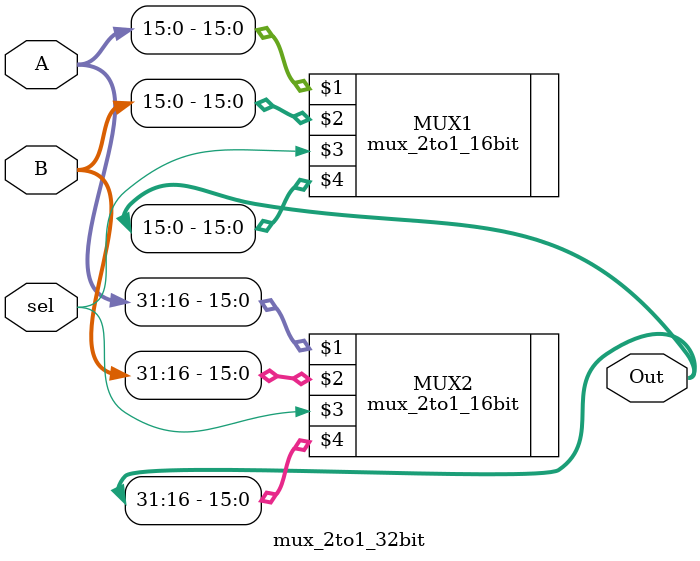
<source format=v>
module mux_2to1_32bit(A, B, sel, Out);
	input [31:0] A, B;
	input sel;
	output [31:0] Out;
	
	mux_2to1_16bit MUX1(A[15:0], B[15:0], sel, Out[15:0]);
	mux_2to1_16bit MUX2(A[31:16], B[31:16], sel, Out[31:16]);
	
endmodule
	
</source>
